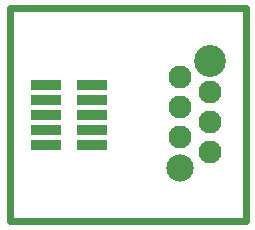
<source format=gts>
G04*
G04 #@! TF.GenerationSoftware,Altium Limited,CircuitStudio,1.5.2 (30)*
G04*
G04 Layer_Color=8388736*
%FSLAX24Y24*%
%MOIN*%
G70*
G01*
G75*
%ADD24C,0.0236*%
%ADD25R,0.1025X0.0375*%
%ADD26C,0.0769*%
%ADD27C,0.1064*%
%ADD28C,0.0907*%
D24*
X0Y0D02*
X7874D01*
Y7087D01*
X0D02*
X7874D01*
X0Y0D02*
Y7087D01*
D25*
X2736Y3543D02*
D03*
Y4043D02*
D03*
X1201Y3543D02*
D03*
Y4043D02*
D03*
X2736Y4543D02*
D03*
X1201D02*
D03*
Y3043D02*
D03*
Y2543D02*
D03*
X2736Y3043D02*
D03*
Y2543D02*
D03*
D26*
X6691Y4293D02*
D03*
X5691Y4793D02*
D03*
X6691Y3293D02*
D03*
Y2293D02*
D03*
X5691Y3793D02*
D03*
Y2793D02*
D03*
D27*
X6691Y5317D02*
D03*
D28*
X5691Y1770D02*
D03*
M02*

</source>
